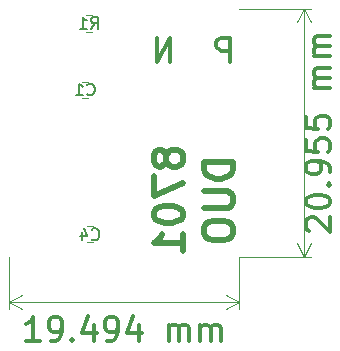
<source format=gbr>
G04 #@! TF.GenerationSoftware,KiCad,Pcbnew,(5.1.5)-3*
G04 #@! TF.CreationDate,2020-06-21T14:40:10-04:00*
G04 #@! TF.ProjectId,8701Duo,38373031-4475-46f2-9e6b-696361645f70,rev?*
G04 #@! TF.SameCoordinates,Original*
G04 #@! TF.FileFunction,Legend,Bot*
G04 #@! TF.FilePolarity,Positive*
%FSLAX46Y46*%
G04 Gerber Fmt 4.6, Leading zero omitted, Abs format (unit mm)*
G04 Created by KiCad (PCBNEW (5.1.5)-3) date 2020-06-21 14:40:10*
%MOMM*%
%LPD*%
G04 APERTURE LIST*
%ADD10C,0.300000*%
%ADD11C,0.120000*%
%ADD12C,0.500000*%
%ADD13C,0.150000*%
G04 APERTURE END LIST*
D10*
X103679738Y-78199214D02*
X103584500Y-78103976D01*
X103489261Y-77913500D01*
X103489261Y-77437309D01*
X103584500Y-77246833D01*
X103679738Y-77151595D01*
X103870214Y-77056357D01*
X104060690Y-77056357D01*
X104346404Y-77151595D01*
X105489261Y-78294452D01*
X105489261Y-77056357D01*
X103489261Y-75818261D02*
X103489261Y-75627785D01*
X103584500Y-75437309D01*
X103679738Y-75342071D01*
X103870214Y-75246833D01*
X104251166Y-75151595D01*
X104727357Y-75151595D01*
X105108309Y-75246833D01*
X105298785Y-75342071D01*
X105394023Y-75437309D01*
X105489261Y-75627785D01*
X105489261Y-75818261D01*
X105394023Y-76008738D01*
X105298785Y-76103976D01*
X105108309Y-76199214D01*
X104727357Y-76294452D01*
X104251166Y-76294452D01*
X103870214Y-76199214D01*
X103679738Y-76103976D01*
X103584500Y-76008738D01*
X103489261Y-75818261D01*
X105298785Y-74294452D02*
X105394023Y-74199214D01*
X105489261Y-74294452D01*
X105394023Y-74389690D01*
X105298785Y-74294452D01*
X105489261Y-74294452D01*
X105489261Y-73246833D02*
X105489261Y-72865880D01*
X105394023Y-72675404D01*
X105298785Y-72580166D01*
X105013071Y-72389690D01*
X104632119Y-72294452D01*
X103870214Y-72294452D01*
X103679738Y-72389690D01*
X103584500Y-72484928D01*
X103489261Y-72675404D01*
X103489261Y-73056357D01*
X103584500Y-73246833D01*
X103679738Y-73342071D01*
X103870214Y-73437309D01*
X104346404Y-73437309D01*
X104536880Y-73342071D01*
X104632119Y-73246833D01*
X104727357Y-73056357D01*
X104727357Y-72675404D01*
X104632119Y-72484928D01*
X104536880Y-72389690D01*
X104346404Y-72294452D01*
X103489261Y-70484928D02*
X103489261Y-71437309D01*
X104441642Y-71532547D01*
X104346404Y-71437309D01*
X104251166Y-71246833D01*
X104251166Y-70770642D01*
X104346404Y-70580166D01*
X104441642Y-70484928D01*
X104632119Y-70389690D01*
X105108309Y-70389690D01*
X105298785Y-70484928D01*
X105394023Y-70580166D01*
X105489261Y-70770642D01*
X105489261Y-71246833D01*
X105394023Y-71437309D01*
X105298785Y-71532547D01*
X103489261Y-68580166D02*
X103489261Y-69532547D01*
X104441642Y-69627785D01*
X104346404Y-69532547D01*
X104251166Y-69342071D01*
X104251166Y-68865880D01*
X104346404Y-68675404D01*
X104441642Y-68580166D01*
X104632119Y-68484928D01*
X105108309Y-68484928D01*
X105298785Y-68580166D01*
X105394023Y-68675404D01*
X105489261Y-68865880D01*
X105489261Y-69342071D01*
X105394023Y-69532547D01*
X105298785Y-69627785D01*
X105489261Y-66103976D02*
X104155928Y-66103976D01*
X104346404Y-66103976D02*
X104251166Y-66008738D01*
X104155928Y-65818261D01*
X104155928Y-65532547D01*
X104251166Y-65342071D01*
X104441642Y-65246833D01*
X105489261Y-65246833D01*
X104441642Y-65246833D02*
X104251166Y-65151595D01*
X104155928Y-64961119D01*
X104155928Y-64675404D01*
X104251166Y-64484928D01*
X104441642Y-64389690D01*
X105489261Y-64389690D01*
X105489261Y-63437309D02*
X104155928Y-63437309D01*
X104346404Y-63437309D02*
X104251166Y-63342071D01*
X104155928Y-63151595D01*
X104155928Y-62865880D01*
X104251166Y-62675404D01*
X104441642Y-62580166D01*
X105489261Y-62580166D01*
X104441642Y-62580166D02*
X104251166Y-62484928D01*
X104155928Y-62294452D01*
X104155928Y-62008738D01*
X104251166Y-61818261D01*
X104441642Y-61723023D01*
X105489261Y-61723023D01*
D11*
X103314500Y-80391000D02*
X103314500Y-59436000D01*
X97790000Y-80391000D02*
X103900921Y-80391000D01*
X97790000Y-59436000D02*
X103900921Y-59436000D01*
X103314500Y-59436000D02*
X103900921Y-60562504D01*
X103314500Y-59436000D02*
X102728079Y-60562504D01*
X103314500Y-80391000D02*
X103900921Y-79264496D01*
X103314500Y-80391000D02*
X102728079Y-79264496D01*
D10*
X80899892Y-87525761D02*
X79757035Y-87525761D01*
X80328464Y-87525761D02*
X80328464Y-85525761D01*
X80137988Y-85811476D01*
X79947511Y-86001952D01*
X79757035Y-86097190D01*
X81852273Y-87525761D02*
X82233226Y-87525761D01*
X82423702Y-87430523D01*
X82518940Y-87335285D01*
X82709416Y-87049571D01*
X82804654Y-86668619D01*
X82804654Y-85906714D01*
X82709416Y-85716238D01*
X82614178Y-85621000D01*
X82423702Y-85525761D01*
X82042750Y-85525761D01*
X81852273Y-85621000D01*
X81757035Y-85716238D01*
X81661797Y-85906714D01*
X81661797Y-86382904D01*
X81757035Y-86573380D01*
X81852273Y-86668619D01*
X82042750Y-86763857D01*
X82423702Y-86763857D01*
X82614178Y-86668619D01*
X82709416Y-86573380D01*
X82804654Y-86382904D01*
X83661797Y-87335285D02*
X83757035Y-87430523D01*
X83661797Y-87525761D01*
X83566559Y-87430523D01*
X83661797Y-87335285D01*
X83661797Y-87525761D01*
X85471321Y-86192428D02*
X85471321Y-87525761D01*
X84995130Y-85430523D02*
X84518940Y-86859095D01*
X85757035Y-86859095D01*
X86614178Y-87525761D02*
X86995130Y-87525761D01*
X87185607Y-87430523D01*
X87280845Y-87335285D01*
X87471321Y-87049571D01*
X87566559Y-86668619D01*
X87566559Y-85906714D01*
X87471321Y-85716238D01*
X87376083Y-85621000D01*
X87185607Y-85525761D01*
X86804654Y-85525761D01*
X86614178Y-85621000D01*
X86518940Y-85716238D01*
X86423702Y-85906714D01*
X86423702Y-86382904D01*
X86518940Y-86573380D01*
X86614178Y-86668619D01*
X86804654Y-86763857D01*
X87185607Y-86763857D01*
X87376083Y-86668619D01*
X87471321Y-86573380D01*
X87566559Y-86382904D01*
X89280845Y-86192428D02*
X89280845Y-87525761D01*
X88804654Y-85430523D02*
X88328464Y-86859095D01*
X89566559Y-86859095D01*
X91852273Y-87525761D02*
X91852273Y-86192428D01*
X91852273Y-86382904D02*
X91947511Y-86287666D01*
X92137988Y-86192428D01*
X92423702Y-86192428D01*
X92614178Y-86287666D01*
X92709416Y-86478142D01*
X92709416Y-87525761D01*
X92709416Y-86478142D02*
X92804654Y-86287666D01*
X92995130Y-86192428D01*
X93280845Y-86192428D01*
X93471321Y-86287666D01*
X93566559Y-86478142D01*
X93566559Y-87525761D01*
X94518940Y-87525761D02*
X94518940Y-86192428D01*
X94518940Y-86382904D02*
X94614178Y-86287666D01*
X94804654Y-86192428D01*
X95090369Y-86192428D01*
X95280845Y-86287666D01*
X95376083Y-86478142D01*
X95376083Y-87525761D01*
X95376083Y-86478142D02*
X95471321Y-86287666D01*
X95661797Y-86192428D01*
X95947511Y-86192428D01*
X96137988Y-86287666D01*
X96233226Y-86478142D01*
X96233226Y-87525761D01*
D11*
X78295500Y-84201000D02*
X97790000Y-84201000D01*
X78295500Y-80391000D02*
X78295500Y-84787421D01*
X97790000Y-80391000D02*
X97790000Y-84787421D01*
X97790000Y-84201000D02*
X96663496Y-84787421D01*
X97790000Y-84201000D02*
X96663496Y-83614579D01*
X78295500Y-84201000D02*
X79422004Y-84787421D01*
X78295500Y-84201000D02*
X79422004Y-83614579D01*
D10*
X97011738Y-63896761D02*
X97011738Y-61896761D01*
X96249833Y-61896761D01*
X96059357Y-61992000D01*
X95964119Y-62087238D01*
X95868880Y-62277714D01*
X95868880Y-62563428D01*
X95964119Y-62753904D01*
X96059357Y-62849142D01*
X96249833Y-62944380D01*
X97011738Y-62944380D01*
X91964119Y-63896761D02*
X91964119Y-61896761D01*
X90821261Y-63896761D01*
X90821261Y-61896761D01*
D12*
X91620880Y-71818976D02*
X91501833Y-71580880D01*
X91382785Y-71461833D01*
X91144690Y-71342785D01*
X91025642Y-71342785D01*
X90787547Y-71461833D01*
X90668500Y-71580880D01*
X90549452Y-71818976D01*
X90549452Y-72295166D01*
X90668500Y-72533261D01*
X90787547Y-72652309D01*
X91025642Y-72771357D01*
X91144690Y-72771357D01*
X91382785Y-72652309D01*
X91501833Y-72533261D01*
X91620880Y-72295166D01*
X91620880Y-71818976D01*
X91739928Y-71580880D01*
X91858976Y-71461833D01*
X92097071Y-71342785D01*
X92573261Y-71342785D01*
X92811357Y-71461833D01*
X92930404Y-71580880D01*
X93049452Y-71818976D01*
X93049452Y-72295166D01*
X92930404Y-72533261D01*
X92811357Y-72652309D01*
X92573261Y-72771357D01*
X92097071Y-72771357D01*
X91858976Y-72652309D01*
X91739928Y-72533261D01*
X91620880Y-72295166D01*
X90549452Y-73604690D02*
X90549452Y-75271357D01*
X93049452Y-74199928D01*
X90549452Y-76699928D02*
X90549452Y-76938023D01*
X90668500Y-77176119D01*
X90787547Y-77295166D01*
X91025642Y-77414214D01*
X91501833Y-77533261D01*
X92097071Y-77533261D01*
X92573261Y-77414214D01*
X92811357Y-77295166D01*
X92930404Y-77176119D01*
X93049452Y-76938023D01*
X93049452Y-76699928D01*
X92930404Y-76461833D01*
X92811357Y-76342785D01*
X92573261Y-76223738D01*
X92097071Y-76104690D01*
X91501833Y-76104690D01*
X91025642Y-76223738D01*
X90787547Y-76342785D01*
X90668500Y-76461833D01*
X90549452Y-76699928D01*
X93049452Y-79914214D02*
X93049452Y-78485642D01*
X93049452Y-79199928D02*
X90549452Y-79199928D01*
X90906595Y-78961833D01*
X91144690Y-78723738D01*
X91263738Y-78485642D01*
X97299452Y-72354690D02*
X94799452Y-72354690D01*
X94799452Y-72949928D01*
X94918500Y-73307071D01*
X95156595Y-73545166D01*
X95394690Y-73664214D01*
X95870880Y-73783261D01*
X96228023Y-73783261D01*
X96704214Y-73664214D01*
X96942309Y-73545166D01*
X97180404Y-73307071D01*
X97299452Y-72949928D01*
X97299452Y-72354690D01*
X94799452Y-74854690D02*
X96823261Y-74854690D01*
X97061357Y-74973738D01*
X97180404Y-75092785D01*
X97299452Y-75330880D01*
X97299452Y-75807071D01*
X97180404Y-76045166D01*
X97061357Y-76164214D01*
X96823261Y-76283261D01*
X94799452Y-76283261D01*
X94799452Y-77949928D02*
X94799452Y-78426119D01*
X94918500Y-78664214D01*
X95156595Y-78902309D01*
X95632785Y-79021357D01*
X96466119Y-79021357D01*
X96942309Y-78902309D01*
X97180404Y-78664214D01*
X97299452Y-78426119D01*
X97299452Y-77949928D01*
X97180404Y-77711833D01*
X96942309Y-77473738D01*
X96466119Y-77354690D01*
X95632785Y-77354690D01*
X95156595Y-77473738D01*
X94918500Y-77711833D01*
X94799452Y-77949928D01*
D11*
X85033752Y-65584000D02*
X84511248Y-65584000D01*
X85033752Y-67004000D02*
X84511248Y-67004000D01*
X84828748Y-61352500D02*
X85351252Y-61352500D01*
X84828748Y-59932500D02*
X85351252Y-59932500D01*
X84892248Y-77776000D02*
X85414752Y-77776000D01*
X84892248Y-79196000D02*
X85414752Y-79196000D01*
D13*
X84939166Y-66651142D02*
X84986785Y-66698761D01*
X85129642Y-66746380D01*
X85224880Y-66746380D01*
X85367738Y-66698761D01*
X85462976Y-66603523D01*
X85510595Y-66508285D01*
X85558214Y-66317809D01*
X85558214Y-66174952D01*
X85510595Y-65984476D01*
X85462976Y-65889238D01*
X85367738Y-65794000D01*
X85224880Y-65746380D01*
X85129642Y-65746380D01*
X84986785Y-65794000D01*
X84939166Y-65841619D01*
X83986785Y-66746380D02*
X84558214Y-66746380D01*
X84272500Y-66746380D02*
X84272500Y-65746380D01*
X84367738Y-65889238D01*
X84462976Y-65984476D01*
X84558214Y-66032095D01*
X85256666Y-61094880D02*
X85590000Y-60618690D01*
X85828095Y-61094880D02*
X85828095Y-60094880D01*
X85447142Y-60094880D01*
X85351904Y-60142500D01*
X85304285Y-60190119D01*
X85256666Y-60285357D01*
X85256666Y-60428214D01*
X85304285Y-60523452D01*
X85351904Y-60571071D01*
X85447142Y-60618690D01*
X85828095Y-60618690D01*
X84304285Y-61094880D02*
X84875714Y-61094880D01*
X84590000Y-61094880D02*
X84590000Y-60094880D01*
X84685238Y-60237738D01*
X84780476Y-60332976D01*
X84875714Y-60380595D01*
X85320166Y-78906642D02*
X85367785Y-78954261D01*
X85510642Y-79001880D01*
X85605880Y-79001880D01*
X85748738Y-78954261D01*
X85843976Y-78859023D01*
X85891595Y-78763785D01*
X85939214Y-78573309D01*
X85939214Y-78430452D01*
X85891595Y-78239976D01*
X85843976Y-78144738D01*
X85748738Y-78049500D01*
X85605880Y-78001880D01*
X85510642Y-78001880D01*
X85367785Y-78049500D01*
X85320166Y-78097119D01*
X84463023Y-78335214D02*
X84463023Y-79001880D01*
X84701119Y-77954261D02*
X84939214Y-78668547D01*
X84320166Y-78668547D01*
M02*

</source>
